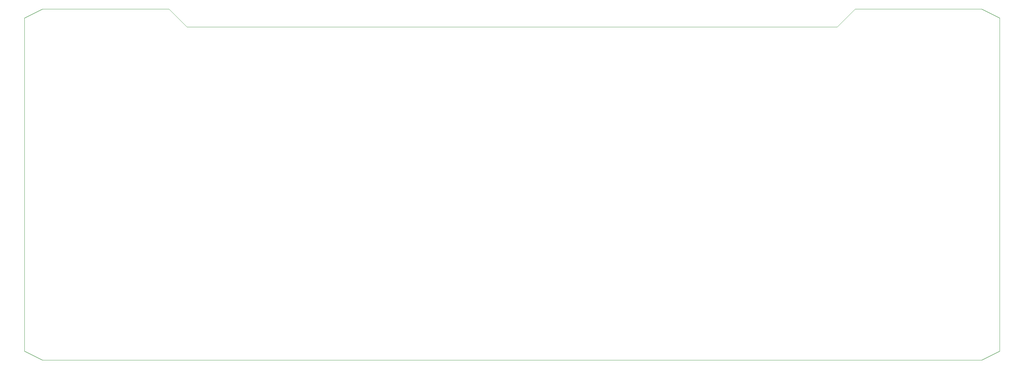
<source format=gm1>
%TF.GenerationSoftware,KiCad,Pcbnew,(5.1.10)-1*%
%TF.CreationDate,2022-03-22T21:52:09-04:00*%
%TF.ProjectId,Keeber40,4b656562-6572-4343-902e-6b696361645f,rev?*%
%TF.SameCoordinates,Original*%
%TF.FileFunction,Profile,NP*%
%FSLAX46Y46*%
G04 Gerber Fmt 4.6, Leading zero omitted, Abs format (unit mm)*
G04 Created by KiCad (PCBNEW (5.1.10)-1) date 2022-03-22 21:52:09*
%MOMM*%
%LPD*%
G01*
G04 APERTURE LIST*
%TA.AperFunction,Profile*%
%ADD10C,0.050000*%
%TD*%
G04 APERTURE END LIST*
D10*
X245243000Y-66668000D02*
X278577000Y-66668000D01*
X30953000Y-66668000D02*
X64287000Y-66668000D01*
X240481000Y-71430000D02*
X245243000Y-66668000D01*
X69049000Y-71430000D02*
X240481000Y-71430000D01*
X64287000Y-66668000D02*
X69049000Y-71430000D01*
X278577000Y-66668000D02*
X283339000Y-69049000D01*
X278577000Y-159527000D02*
X283339000Y-157146000D01*
X26191000Y-157146000D02*
X30953000Y-159527000D01*
X30953000Y-66668000D02*
X26191000Y-69049000D01*
X26191000Y-69049000D02*
X26191000Y-157146000D01*
X283339000Y-69049000D02*
X283339000Y-157146000D01*
X33334000Y-159527000D02*
X30953000Y-159527000D01*
X278577000Y-159527000D02*
X33334000Y-159527000D01*
M02*

</source>
